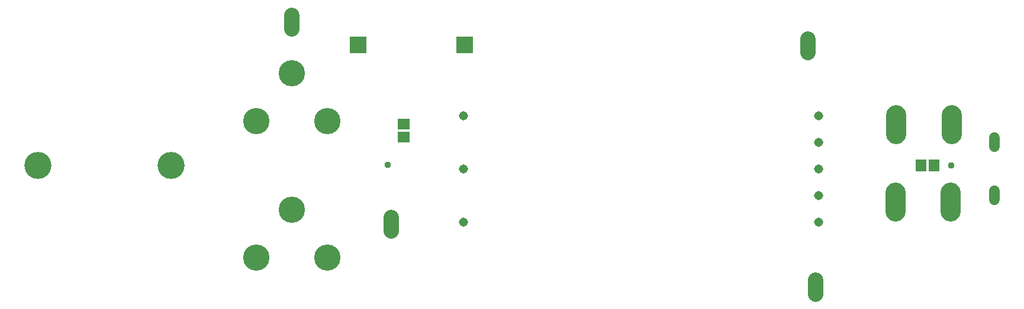
<source format=gbr>
G04 EAGLE Gerber X2 export*
%TF.Part,Single*%
%TF.FileFunction,Soldermask,Top,1*%
%TF.FilePolarity,Negative*%
%TF.GenerationSoftware,Autodesk,EAGLE,9.1.3*%
%TF.CreationDate,2018-11-12T08:01:02Z*%
G75*
%MOMM*%
%FSLAX34Y34*%
%LPD*%
%AMOC8*
5,1,8,0,0,1.08239X$1,22.5*%
G01*
%ADD10R,1.503200X1.703200*%
%ADD11R,2.489200X2.489200*%
%ADD12C,2.903200*%
%ADD13R,1.703200X1.503200*%
%ADD14C,1.311200*%
%ADD15C,1.524000*%
%ADD16C,3.759200*%
%ADD17C,3.863200*%
%ADD18C,2.184400*%
%ADD19C,0.959600*%


D10*
X1037800Y233600D03*
X1056800Y233600D03*
D11*
X232688Y405975D03*
X385088Y405975D03*
D12*
X1002700Y305000D02*
X1002700Y278000D01*
X1081700Y278000D02*
X1081700Y305000D01*
D13*
X298363Y292538D03*
X298363Y273538D03*
D12*
X1080600Y194263D02*
X1080600Y167263D01*
X1001600Y167263D02*
X1001600Y194263D01*
D14*
X383800Y304700D03*
X383800Y228500D03*
X383800Y152300D03*
X891800Y152300D03*
X891800Y190400D03*
X891800Y228500D03*
X891800Y266600D03*
X891800Y304700D03*
D15*
X1142900Y273154D02*
X1142900Y259946D01*
X1142900Y196954D02*
X1142900Y183746D01*
D16*
X188800Y100900D03*
X138000Y169500D03*
X87200Y100900D03*
X188800Y296500D03*
X138000Y365100D03*
X87200Y296500D03*
D17*
X-34700Y233000D03*
X-225200Y233000D03*
D18*
X138000Y428894D02*
X138000Y448706D01*
X876100Y414806D02*
X876100Y394994D01*
X887400Y68806D02*
X887400Y48994D01*
X280000Y139294D02*
X280000Y159106D01*
D19*
X274938Y233863D03*
X1081400Y233463D03*
M02*

</source>
